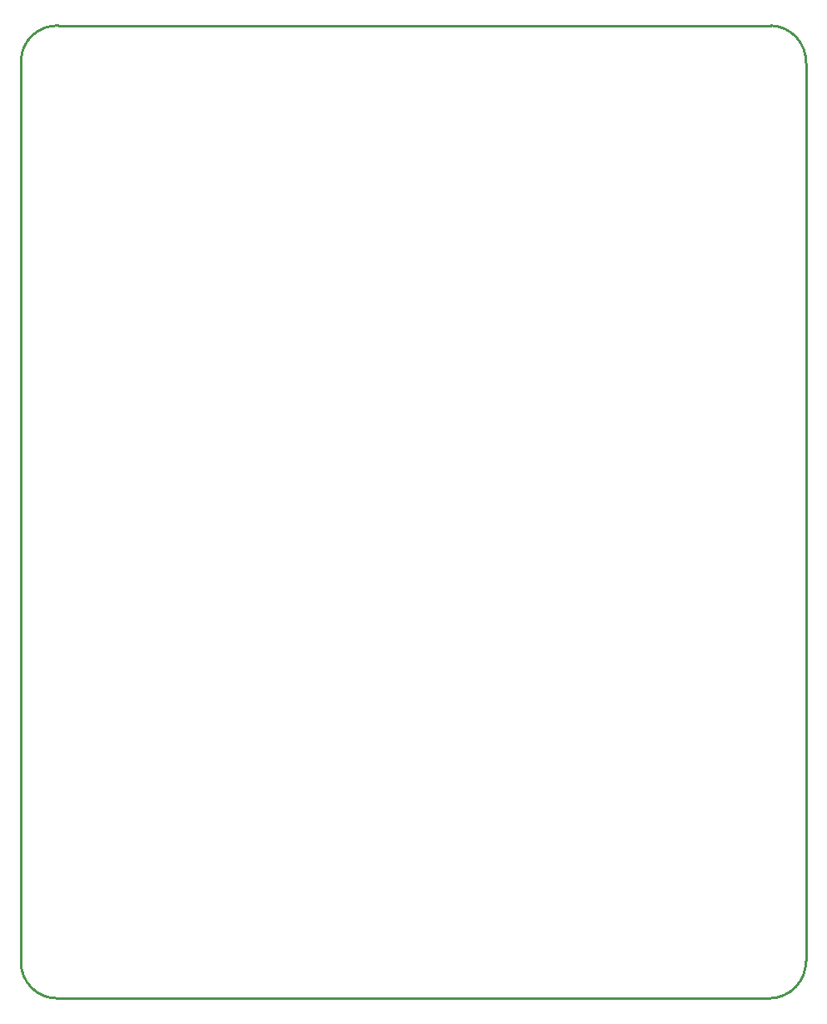
<source format=gbr>
%TF.GenerationSoftware,Altium Limited,Altium Designer,22.3.1 (43)*%
G04 Layer_Color=16711935*
%FSLAX26Y26*%
%MOIN*%
%TF.SameCoordinates,A6686B76-6886-4B69-866F-DC8958589E3E*%
%TF.FilePolarity,Positive*%
%TF.FileFunction,Other,Mechanical_1*%
%TF.Part,Single*%
G01*
G75*
%TA.AperFunction,NonConductor*%
%ADD28C,0.010000*%
D28*
X3145000Y3745000D02*
G03*
X3005000Y3895000I-145000J5000D01*
G01*
X3000000Y0D02*
G03*
X3145000Y150000I-2500J147500D01*
G01*
X0Y145000D02*
G03*
X145000Y0I145000J0D01*
G01*
X150000Y3895000D02*
G03*
X0Y3755000I-5000J-145000D01*
G01*
X3145000Y150000D02*
Y3745000D01*
X145000Y0D02*
X3000000D01*
X150000Y3895000D02*
X3005000D01*
X0Y145000D02*
Y3755000D01*
%TF.MD5,d1b1c880bd39c54245f6c9f50e35b69a*%
M02*

</source>
